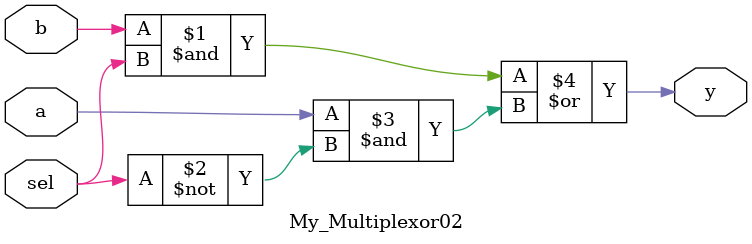
<source format=v>
`timescale 1ns / 1ps


module My_Multiplexor02(
    input a,
    input b,
    input sel,
    output y
    );
assign y = (b&sel) | (a&~sel);    

endmodule

</source>
